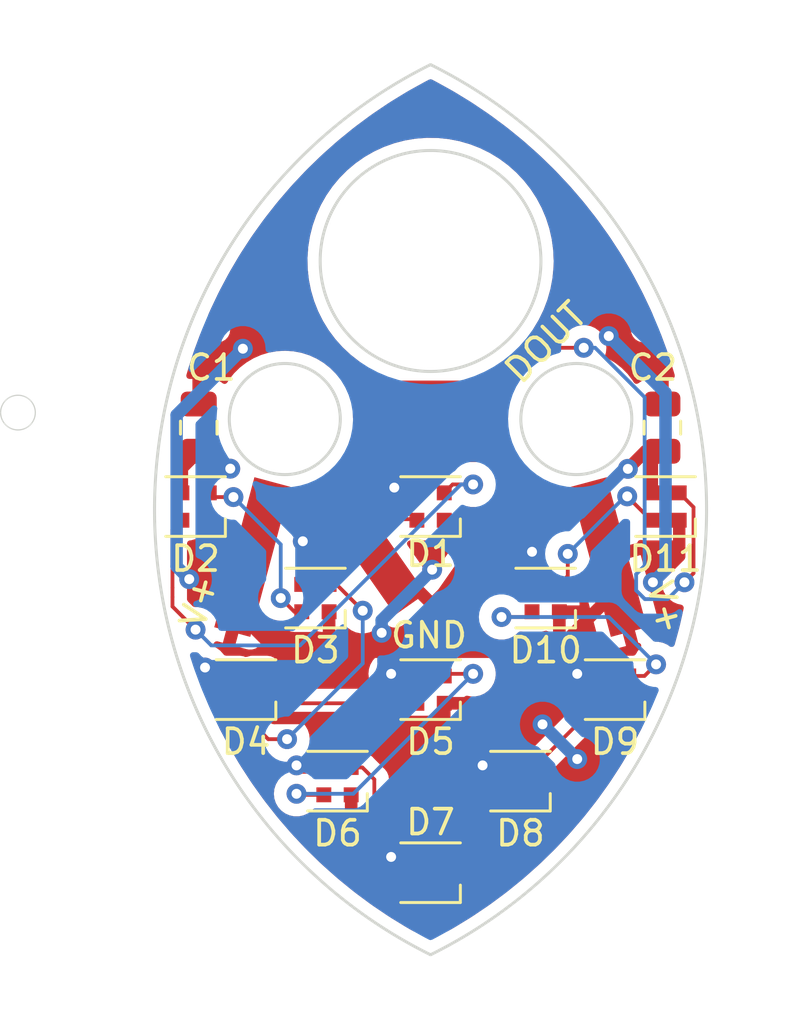
<source format=kicad_pcb>
(kicad_pcb (version 20210228) (generator pcbnew)
  (title_block (title "CCA Voice") (date "2021-05-01") (rev "v1r0") (company "MWS Fabrication"))
  (layers (0 "F.Cu" signal) (31 "B.Cu" signal) (34 "B.Paste" user) (35 "F.Paste" user) (36 "B.SilkS" user "B.Silkscreen") (37 "F.SilkS" user "F.Silkscreen") (38 "B.Mask" user) (39 "F.Mask" user) (44 "Edge.Cuts" user))
  (net 0 "")
  (net 1 "GND")
  (net 2 "/DIN")
  (net 3 "VCC")
  (net 4 "Net-(D1-Pad2)")
  (net 5 "Net-(D2-Pad2)")
  (net 6 "Net-(D3-Pad2)")
  (net 7 "Net-(D4-Pad2)")
  (net 8 "Net-(D5-Pad2)")
  (net 9 "D_WRAP")
  (net 10 "/DOUT")
  (net 11 "Net-(D7-Pad2)")
  (net 12 "Net-(D8-Pad2)")
  (net 13 "Net-(D10-Pad4)")
  (net 14 "Net-(D10-Pad2)")
  (footprint "SMT_24AWG_Pad:SMT_24AWG_Pad" (layer "F.Cu") (at 33.909 44.5516 -55)
    (fp_text reference "TP1")
    (fp_text value "GND")
    (pad "1" smd rect (at 0 0 305) (size 6.25 1.5) (layers "F.Cu" "F.Paste" "F.Mask") (net 1 "GND"))
  )
  (footprint "SK6805_2020:LED_SK6805_2.0x2.0mm" (layer "F.Cu") (at 32.766 54.229)
    (fp_text reference "D6" (at 0 2.1 180) (layer "F.SilkS"))
    (fp_text value "SK6805")
    (fp_line (start -1.2 1.2) (end 1.2 1.2) (layer "F.SilkS") (width 0.12))
    (fp_line (start 1.2 1.2) (end 1.2 0.5) (layer "F.SilkS") (width 0.12))
    (fp_line (start -1.2 -1.2) (end 1.2 -1.2) (layer "F.SilkS") (width 0.12))
    (pad "1" smd rect (at 0.55 0.55) (size 0.6 0.6) (layers "F.Cu" "F.Paste" "F.Mask") (net 3 "VCC"))
    (pad "2" smd rect (at 0.55 -0.55) (size 0.6 0.6) (layers "F.Cu" "F.Paste" "F.Mask") (net 9 "D_WRAP"))
    (pad "3" smd rect (at -0.55 -0.55) (size 0.6 0.6) (layers "F.Cu" "F.Paste" "F.Mask") (net 1 "GND"))
    (pad "4" smd rect (at -0.55 0.55) (size 0.6 0.6) (layers "F.Cu" "F.Paste" "F.Mask") (net 8 "Net-(D5-Pad2)"))
  )
  (footprint "SMT_24AWG_Pad:SMT_24AWG_Pad" (layer "F.Cu") (at 36.5125 38.862)
    (fp_text reference "TP6")
    (fp_text value "DOUT" (at 4.6355 -2.286 45 unlocked) (layer "F.SilkS"))
    (pad "1" smd rect (at 0 0) (size 6.25 1.5) (layers "F.Cu" "F.Paste" "F.Mask") (net 10 "/DOUT"))
  )
  (footprint "SMT_24AWG_Pad:SMT_24AWG_Pad" (layer "F.Cu") (at 29.337 45.212 75)
    (fp_text reference "TP4")
    (fp_text value "V+" (at -2.276206 -1.625254 75 unlocked) (layer "F.SilkS"))
    (pad "1" smd rect (at 0 0 75) (size 6.25 1.5) (layers "F.Cu" "F.Paste" "F.Mask") (net 3 "VCC"))
  )
  (footprint "Fiducial:Fiducial_0.5mm_Mask1mm" (layer "F.Cu") (at 27.94 36.068)
    (fp_text reference "FID2")
    (fp_text value "Fiducial")
    (pad "" smd circle (at 0 0) (size 0.5 0.5) (layers "F.Cu" "F.Mask") (clearance 0.25))
  )
  (footprint "SK6805_2020:LED_SK6805_2.0x2.0mm" (layer "F.Cu") (at 31.877 46.863)
    (fp_text reference "D3" (at 0 2.1 180) (layer "F.SilkS"))
    (fp_text value "SK6805")
    (fp_line (start -1.2 -1.2) (end 1.2 -1.2) (layer "F.SilkS") (width 0.12))
    (fp_line (start -1.2 1.2) (end 1.2 1.2) (layer "F.SilkS") (width 0.12))
    (fp_line (start 1.2 1.2) (end 1.2 0.5) (layer "F.SilkS") (width 0.12))
    (pad "1" smd rect (at 0.55 0.55) (size 0.6 0.6) (layers "F.Cu" "F.Paste" "F.Mask") (net 3 "VCC"))
    (pad "2" smd rect (at 0.55 -0.55) (size 0.6 0.6) (layers "F.Cu" "F.Paste" "F.Mask") (net 6 "Net-(D3-Pad2)"))
    (pad "3" smd rect (at -0.55 -0.55) (size 0.6 0.6) (layers "F.Cu" "F.Paste" "F.Mask") (net 1 "GND"))
    (pad "4" smd rect (at -0.55 0.55) (size 0.6 0.6) (layers "F.Cu" "F.Paste" "F.Mask") (net 5 "Net-(D2-Pad2)"))
  )
  (footprint "Capacitor_SMD:C_0805_2012Metric" (layer "F.Cu") (at 45.847 40.005 -90)
    (fp_text reference "C2" (at -2.413 0.381 180) (layer "F.SilkS"))
    (fp_text value "C_Small")
    (fp_line (start -0.261252 -0.735) (end 0.261252 -0.735) (layer "F.SilkS") (width 0.12))
    (fp_line (start -0.261252 0.735) (end 0.261252 0.735) (layer "F.SilkS") (width 0.12))
    (pad "1" smd roundrect (at -0.95 0 270) (size 1 1.45) (layers "F.Cu" "F.Paste" "F.Mask") (net 3 "VCC"))
    (pad "2" smd roundrect (at 0.95 0 270) (size 1 1.45) (layers "F.Cu" "F.Paste" "F.Mask") (net 1 "GND"))
  )
  (footprint "SK6805_2020:LED_SK6805_2.0x2.0mm" (layer "F.Cu") (at 40.132 54.229)
    (fp_text reference "D8" (at 0 2.1 180) (layer "F.SilkS"))
    (fp_text value "SK6805")
    (fp_line (start -1.2 1.2) (end 1.2 1.2) (layer "F.SilkS") (width 0.12))
    (fp_line (start -1.2 -1.2) (end 1.2 -1.2) (layer "F.SilkS") (width 0.12))
    (fp_line (start 1.2 1.2) (end 1.2 0.5) (layer "F.SilkS") (width 0.12))
    (pad "1" smd rect (at 0.55 0.55) (size 0.6 0.6) (layers "F.Cu" "F.Paste" "F.Mask") (net 3 "VCC"))
    (pad "2" smd rect (at 0.55 -0.55) (size 0.6 0.6) (layers "F.Cu" "F.Paste" "F.Mask") (net 12 "Net-(D8-Pad2)"))
    (pad "3" smd rect (at -0.55 -0.55) (size 0.6 0.6) (layers "F.Cu" "F.Paste" "F.Mask") (net 1 "GND"))
    (pad "4" smd rect (at -0.55 0.55) (size 0.6 0.6) (layers "F.Cu" "F.Paste" "F.Mask") (net 11 "Net-(D7-Pad2)"))
  )
  (footprint "SK6805_2020:LED_SK6805_2.0x2.0mm" (layer "F.Cu") (at 27.051 43.18)
    (fp_text reference "D2" (at 0 2.1 180) (layer "F.SilkS"))
    (fp_text value "SK6805")
    (fp_line (start 1.2 1.2) (end 1.2 0.5) (layer "F.SilkS") (width 0.12))
    (fp_line (start -1.2 -1.2) (end 1.2 -1.2) (layer "F.SilkS") (width 0.12))
    (fp_line (start -1.2 1.2) (end 1.2 1.2) (layer "F.SilkS") (width 0.12))
    (pad "1" smd rect (at 0.55 0.55) (size 0.6 0.6) (layers "F.Cu" "F.Paste" "F.Mask") (net 3 "VCC"))
    (pad "2" smd rect (at 0.55 -0.55) (size 0.6 0.6) (layers "F.Cu" "F.Paste" "F.Mask") (net 5 "Net-(D2-Pad2)"))
    (pad "3" smd rect (at -0.55 -0.55) (size 0.6 0.6) (layers "F.Cu" "F.Paste" "F.Mask") (net 1 "GND"))
    (pad "4" smd rect (at -0.55 0.55) (size 0.6 0.6) (layers "F.Cu" "F.Paste" "F.Mask") (net 4 "Net-(D1-Pad2)"))
  )
  (footprint "SK6805_2020:LED_SK6805_2.0x2.0mm" (layer "F.Cu") (at 36.5125 50.546)
    (fp_text reference "D5" (at 0 2.1 180) (layer "F.SilkS"))
    (fp_text value "SK6805")
    (fp_line (start -1.2 -1.2) (end 1.2 -1.2) (layer "F.SilkS") (width 0.12))
    (fp_line (start -1.2 1.2) (end 1.2 1.2) (layer "F.SilkS") (width 0.12))
    (fp_line (start 1.2 1.2) (end 1.2 0.5) (layer "F.SilkS") (width 0.12))
    (pad "1" smd rect (at 0.55 0.55) (size 0.6 0.6) (layers "F.Cu" "F.Paste" "F.Mask") (net 3 "VCC"))
    (pad "2" smd rect (at 0.55 -0.55) (size 0.6 0.6) (layers "F.Cu" "F.Paste" "F.Mask") (net 8 "Net-(D5-Pad2)"))
    (pad "3" smd rect (at -0.55 -0.55) (size 0.6 0.6) (layers "F.Cu" "F.Paste" "F.Mask") (net 1 "GND"))
    (pad "4" smd rect (at -0.55 0.55) (size 0.6 0.6) (layers "F.Cu" "F.Paste" "F.Mask") (net 7 "Net-(D4-Pad2)"))
  )
  (footprint "SMT_24AWG_Pad:SMT_24AWG_Pad" (layer "F.Cu") (at 36.5125 40.64)
    (fp_text reference "TP5")
    (fp_text value "DIN")
    (pad "1" smd rect (at 0 0) (size 6.25 1.5) (layers "F.Cu" "F.Paste" "F.Mask") (net 2 "/DIN"))
  )
  (footprint "SK6805_2020:LED_SK6805_2.0x2.0mm" (layer "F.Cu") (at 43.942 50.546)
    (fp_text reference "D9" (at 0 2.1 180) (layer "F.SilkS"))
    (fp_text value "SK6805")
    (fp_line (start -1.2 -1.2) (end 1.2 -1.2) (layer "F.SilkS") (width 0.12))
    (fp_line (start 1.2 1.2) (end 1.2 0.5) (layer "F.SilkS") (width 0.12))
    (fp_line (start -1.2 1.2) (end 1.2 1.2) (layer "F.SilkS") (width 0.12))
    (pad "1" smd rect (at 0.55 0.55) (size 0.6 0.6) (layers "F.Cu" "F.Paste" "F.Mask") (net 3 "VCC"))
    (pad "2" smd rect (at 0.55 -0.55) (size 0.6 0.6) (layers "F.Cu" "F.Paste" "F.Mask") (net 13 "Net-(D10-Pad4)"))
    (pad "3" smd rect (at -0.55 -0.55) (size 0.6 0.6) (layers "F.Cu" "F.Paste" "F.Mask") (net 1 "GND"))
    (pad "4" smd rect (at -0.55 0.55) (size 0.6 0.6) (layers "F.Cu" "F.Paste" "F.Mask") (net 12 "Net-(D8-Pad2)"))
  )
  (footprint "Capacitor_SMD:C_0805_2012Metric" (layer "F.Cu") (at 27.178 40.005 -90)
    (fp_text reference "C1" (at -2.413 -0.508 180) (layer "F.SilkS"))
    (fp_text value "C_Small")
    (fp_line (start -0.261252 0.735) (end 0.261252 0.735) (layer "F.SilkS") (width 0.12))
    (fp_line (start -0.261252 -0.735) (end 0.261252 -0.735) (layer "F.SilkS") (width 0.12))
    (pad "1" smd roundrect (at -0.95 0 270) (size 1 1.45) (layers "F.Cu" "F.Paste" "F.Mask") (net 3 "VCC"))
    (pad "2" smd roundrect (at 0.95 0 270) (size 1 1.45) (layers "F.Cu" "F.Paste" "F.Mask") (net 1 "GND"))
  )
  (footprint "SK6805_2020:LED_SK6805_2.0x2.0mm" (layer "F.Cu") (at 29.083 50.546)
    (fp_text reference "D4" (at 0 2.1 180) (layer "F.SilkS"))
    (fp_text value "SK6805")
    (fp_line (start -1.2 1.2) (end 1.2 1.2) (layer "F.SilkS") (width 0.12))
    (fp_line (start -1.2 -1.2) (end 1.2 -1.2) (layer "F.SilkS") (width 0.12))
    (fp_line (start 1.2 1.2) (end 1.2 0.5) (layer "F.SilkS") (width 0.12))
    (pad "1" smd rect (at 0.55 0.55) (size 0.6 0.6) (layers "F.Cu" "F.Paste" "F.Mask") (net 3 "VCC"))
    (pad "2" smd rect (at 0.55 -0.55) (size 0.6 0.6) (layers "F.Cu" "F.Paste" "F.Mask") (net 7 "Net-(D4-Pad2)"))
    (pad "3" smd rect (at -0.55 -0.55) (size 0.6 0.6) (layers "F.Cu" "F.Paste" "F.Mask") (net 1 "GND"))
    (pad "4" smd rect (at -0.55 0.55) (size 0.6 0.6) (layers "F.Cu" "F.Paste" "F.Mask") (net 6 "Net-(D3-Pad2)"))
  )
  (footprint "SK6805_2020:LED_SK6805_2.0x2.0mm" (layer "F.Cu") (at 41.148 46.863)
    (fp_text reference "D10" (at 0 2.1 180) (layer "F.SilkS"))
    (fp_text value "SK6805")
    (fp_line (start -1.2 1.2) (end 1.2 1.2) (layer "F.SilkS") (width 0.12))
    (fp_line (start 1.2 1.2) (end 1.2 0.5) (layer "F.SilkS") (width 0.12))
    (fp_line (start -1.2 -1.2) (end 1.2 -1.2) (layer "F.SilkS") (width 0.12))
    (pad "1" smd rect (at 0.55 0.55) (size 0.6 0.6) (layers "F.Cu" "F.Paste" "F.Mask") (net 3 "VCC"))
    (pad "2" smd rect (at 0.55 -0.55) (size 0.6 0.6) (layers "F.Cu" "F.Paste" "F.Mask") (net 14 "Net-(D10-Pad2)"))
    (pad "3" smd rect (at -0.55 -0.55) (size 0.6 0.6) (layers "F.Cu" "F.Paste" "F.Mask") (net 1 "GND"))
    (pad "4" smd rect (at -0.55 0.55) (size 0.6 0.6) (layers "F.Cu" "F.Paste" "F.Mask") (net 13 "Net-(D10-Pad4)"))
  )
  (footprint "Fiducial:Fiducial_0.5mm_Mask1mm" (layer "F.Cu") (at 36.5125 60.198)
    (fp_text reference "FID1")
    (fp_text value "Fiducial")
    (pad "" smd circle (at 0 0) (size 0.5 0.5) (layers "F.Cu" "F.Mask") (clearance 0.25))
  )
  (footprint "SK6805_2020:LED_SK6805_2.0x2.0mm" (layer "F.Cu") (at 36.5125 43.18)
    (fp_text reference "D1" (at 0 1.905 180) (layer "F.SilkS"))
    (fp_text value "SK6805")
    (fp_line (start -1.2 1.2) (end 1.2 1.2) (layer "F.SilkS") (width 0.12))
    (fp_line (start 1.2 1.2) (end 1.2 0.5) (layer "F.SilkS") (width 0.12))
    (fp_line (start -1.2 -1.2) (end 1.2 -1.2) (layer "F.SilkS") (width 0.12))
    (pad "1" smd rect (at 0.55 0.55) (size 0.6 0.6) (layers "F.Cu" "F.Paste" "F.Mask") (net 3 "VCC"))
    (pad "2" smd rect (at 0.55 -0.55) (size 0.6 0.6) (layers "F.Cu" "F.Paste" "F.Mask") (net 4 "Net-(D1-Pad2)"))
    (pad "3" smd rect (at -0.55 -0.55) (size 0.6 0.6) (layers "F.Cu" "F.Paste" "F.Mask") (net 1 "GND"))
    (pad "4" smd rect (at -0.55 0.55) (size 0.6 0.6) (layers "F.Cu" "F.Paste" "F.Mask") (net 2 "/DIN"))
  )
  (footprint "SMT_24AWG_Pad:SMT_24AWG_Pad" (layer "F.Cu") (at 43.688 45.212 -75)
    (fp_text reference "TP3")
    (fp_text value "V+" (at 2.554422 -1.682186 -75 unlocked) (layer "F.SilkS"))
    (pad "1" smd rect (at 0 0 285) (size 6.25 1.5) (layers "F.Cu" "F.Paste" "F.Mask") (net 3 "VCC"))
  )
  (footprint "Fiducial:Fiducial_0.5mm_Mask1mm" (layer "F.Cu") (at 45.085 36.068)
    (fp_text reference "FID3")
    (fp_text value "Fiducial")
    (pad "" smd circle (at 0 0) (size 0.5 0.5) (layers "F.Cu" "F.Mask") (clearance 0.25))
  )
  (footprint "SK6805_2020:LED_SK6805_2.0x2.0mm" (layer "F.Cu") (at 36.5125 57.912)
    (fp_text reference "D7" (at 0 -2.032 180) (layer "F.SilkS"))
    (fp_text value "SK6805")
    (fp_line (start -1.2 1.2) (end 1.2 1.2) (layer "F.SilkS") (width 0.12))
    (fp_line (start -1.2 -1.2) (end 1.2 -1.2) (layer "F.SilkS") (width 0.12))
    (fp_line (start 1.2 1.2) (end 1.2 0.5) (layer "F.SilkS") (width 0.12))
    (pad "1" smd rect (at 0.55 0.55) (size 0.6 0.6) (layers "F.Cu" "F.Paste" "F.Mask") (net 3 "VCC"))
    (pad "2" smd rect (at 0.55 -0.55) (size 0.6 0.6) (layers "F.Cu" "F.Paste" "F.Mask") (net 11 "Net-(D7-Pad2)"))
    (pad "3" smd rect (at -0.55 -0.55) (size 0.6 0.6) (layers "F.Cu" "F.Paste" "F.Mask") (net 1 "GND"))
    (pad "4" smd rect (at -0.55 0.55) (size 0.6 0.6) (layers "F.Cu" "F.Paste" "F.Mask") (net 9 "D_WRAP"))
  )
  (footprint "SK6805_2020:LED_SK6805_2.0x2.0mm" (layer "F.Cu") (at 45.974 43.18)
    (fp_text reference "D11" (at 0 2.1 180) (layer "F.SilkS"))
    (fp_text value "SK6805")
    (fp_line (start -1.2 -1.2) (end 1.2 -1.2) (layer "F.SilkS") (width 0.12))
    (fp_line (start -1.2 1.2) (end 1.2 1.2) (layer "F.SilkS") (width 0.12))
    (fp_line (start 1.2 1.2) (end 1.2 0.5) (layer "F.SilkS") (width 0.12))
    (pad "1" smd rect (at 0.55 0.55) (size 0.6 0.6) (layers "F.Cu" "F.Paste" "F.Mask") (net 3 "VCC"))
    (pad "2" smd rect (at 0.55 -0.55) (size 0.6 0.6) (layers "F.Cu" "F.Paste" "F.Mask") (net 10 "/DOUT"))
    (pad "3" smd rect (at -0.55 -0.55) (size 0.6 0.6) (layers "F.Cu" "F.Paste" "F.Mask") (net 1 "GND"))
    (pad "4" smd rect (at -0.55 0.55) (size 0.6 0.6) (layers "F.Cu" "F.Paste" "F.Mask") (net 14 "Net-(D10-Pad2)"))
  )
  (footprint "SMT_24AWG_Pad:SMT_24AWG_Pad" (layer "F.Cu") (at 39.116 44.5516 55)
    (fp_text reference "TP2")
    (fp_text value "GND" (at -4.650698 0.000648 unlocked) (layer "F.SilkS"))
    (pad "1" smd rect (at 0 0 55) (size 6.25 1.5) (layers "F.Cu" "F.Paste" "F.Mask") (net 1 "GND"))
  )
  (gr_arc (start 45.382143 43.307) (end 36.5125 25.4) (angle -127.3) (layer "Edge.Cuts") (width 0.12))
  (gr_circle (center 19.9 39.4) (end 20.5985 39.4) (layer "Edge.Cuts") (width 0.05) (fill none))
  (gr_circle (center 42.382008 39.659992) (end 44.617208 39.659992) (layer "Edge.Cuts") (width 0.12) (fill none))
  (gr_circle (center 30.642992 39.659992) (end 32.878192 39.659992) (layer "Edge.Cuts") (width 0.12) (fill none))
  (gr_circle (center 36.5125 33.3) (end 40.9575 33.3) (layer "Edge.Cuts") (width 0.12) (fill none))
  (gr_arc (start 27.642857 43.307) (end 36.5125 25.4) (angle 127.3) (layer "Edge.Cuts") (width 0.12))
  (segment (start 40.598 45) (end 40.1496 44.5516) (width 0.5) (layer "F.Cu") (net 1))
  (segment (start 43.392 49.996) (end 42.503 49.996) (width 0.5) (layer "F.Cu") (net 1))
  (segment (start 27.771 49.996) (end 27.432 49.657) (width 0.5) (layer "F.Cu") (net 1))
  (segment (start 27.178 40.955) (end 27.747 40.955) (width 0.5) (layer "F.Cu") (net 1))
  (segment (start 27.747 40.955) (end 28.448 41.656) (width 0.5) (layer "F.Cu") (net 1))
  (segment (start 31.2 53.679) (end 31.115 53.594) (width 0.5) (layer "F.Cu") (net 1))
  (segment (start 40.1496 44.5516) (end 39.116 44.5516) (width 0.5) (layer "F.Cu") (net 1))
  (segment (start 45.847 40.955) (end 45.165511 40.955) (width 0.5) (layer "F.Cu") (net 1))
  (segment (start 45.424 42.63) (end 45.424 41.378) (width 0.5) (layer "F.Cu") (net 1))
  (segment (start 42.503 49.996) (end 42.418 49.911) (width 0.5) (layer "F.Cu") (net 1))
  (segment (start 39.582 53.679) (end 38.693 53.679) (width 0.5) (layer "F.Cu") (net 1))
  (segment (start 35.9625 42.63) (end 35.264 42.63) (width 0.5) (layer "F.Cu") (net 1))
  (segment (start 39.116 44.577) (end 39.116 44.5516) (width 0.5) (layer "F.Cu") (net 1))
  (segment (start 35.264 42.63) (end 35.052 42.418) (width 0.5) (layer "F.Cu") (net 1))
  (segment (start 38.693 53.679) (end 38.608 53.594) (width 0.5) (layer "F.Cu") (net 1))
  (segment (start 33.909 44.5516) (end 31.3944 44.5516) (width 0.5) (layer "F.Cu") (net 1))
  (segment (start 35.9625 49.996) (end 35.01 49.996) (width 0.5) (layer "F.Cu") (net 1))
  (segment (start 36.576 47.117) (end 39.116 44.577) (width 0.5) (layer "F.Cu") (net 1))
  (segment (start 31.369 44.577) (end 31.327 44.619) (width 0.5) (layer "F.Cu") (net 1))
  (segment (start 31.3944 44.5516) (end 31.369 44.577) (width 0.5) (layer "F.Cu") (net 1))
  (segment (start 35.01 49.996) (end 34.925 49.911) (width 0.5) (layer "F.Cu") (net 1))
  (segment (start 34.0106 44.5516) (end 36.576 47.117) (width 0.5) (layer "F.Cu") (net 1))
  (segment (start 26.501 42.63) (end 26.501 41.632) (width 0.5) (layer "F.Cu") (net 1))
  (segment (start 32.216 53.679) (end 31.2 53.679) (width 0.5) (layer "F.Cu") (net 1))
  (segment (start 31.327 44.619) (end 31.327 46.313) (width 0.5) (layer "F.Cu") (net 1))
  (segment (start 28.533 49.996) (end 27.771 49.996) (width 0.5) (layer "F.Cu") (net 1))
  (segment (start 40.598 46.313) (end 40.598 45) (width 0.5) (layer "F.Cu") (net 1))
  (segment (start 45.165511 40.955) (end 44.456673 41.663838) (width 0.5) (layer "F.Cu") (net 1))
  (segment (start 35.9625 57.362) (end 35.01 57.362) (width 0.5) (layer "F.Cu") (net 1))
  (segment (start 35.01 57.362) (end 34.925 57.277) (width 0.5) (layer "F.Cu") (net 1))
  (segment (start 33.909 44.5516) (end 34.0106 44.5516) (width 0.5) (layer "F.Cu") (net 1))
  (segment (start 26.501 41.632) (end 27.178 40.955) (width 0.5) (layer "F.Cu") (net 1))
  (segment (start 45.424 41.378) (end 45.847 40.955) (width 0.5) (layer "F.Cu") (net 1))
  (via (at 27.432 49.657) (size 0.8) (drill 0.4) (layers "F.Cu" "B.Cu") (net 1))
  (via (at 31.369 44.577) (size 0.8) (drill 0.4) (layers "F.Cu" "B.Cu") (net 1))
  (via (at 28.448 41.656) (size 0.8) (drill 0.4) (layers "F.Cu" "B.Cu") (net 1))
  (via (at 31.115 53.594) (size 0.8) (drill 0.4) (layers "F.Cu" "B.Cu") (net 1))
  (via (at 34.925 49.911) (size 0.8) (drill 0.4) (layers "F.Cu" "B.Cu") (net 1))
  (via (at 35.052 42.418) (size 0.8) (drill 0.4) (layers "F.Cu" "B.Cu") (net 1))
  (via (at 44.456673 41.663838) (size 0.8) (drill 0.4) (layers "F.Cu" "B.Cu") (net 1))
  (via (at 34.925 57.277) (size 0.8) (drill 0.4) (layers "F.Cu" "B.Cu") (net 1))
  (via (at 38.608 53.594) (size 0.8) (drill 0.4) (layers "F.Cu" "B.Cu") (net 1))
  (via (at 42.418 49.911) (size 0.8) (drill 0.4) (layers "F.Cu" "B.Cu") (net 1))
  (via (at 40.598 45) (size 0.8) (drill 0.4) (layers "F.Cu" "B.Cu") (net 1))
  (segment (start 41.021 43.434) (end 40.598 43.857) (width 0.5) (layer "B.Cu") (net 1))
  (segment (start 44.456673 41.663838) (end 44.315162 41.663838) (width 0.5) (layer "B.Cu") (net 1))
  (segment (start 42.545 43.434) (end 41.021 43.434) (width 0.5) (layer "B.Cu") (net 1))
  (segment (start 40.598 43.857) (end 40.598 45) (width 0.5) (layer "B.Cu") (net 1))
  (segment (start 44.315162 41.663838) (end 42.545 43.434) (width 0.5) (layer "B.Cu") (net 1))
  (segment (start 35.687 40.64) (end 34.29 42.037) (width 0.1524) (layer "F.Cu") (net 2))
  (segment (start 34.29 42.656793) (end 35.321207 43.688) (width 0.1524) (layer "F.Cu") (net 2))
  (segment (start 35.321207 43.688) (end 35.9205 43.688) (width 0.1524) (layer "F.Cu") (net 2))
  (segment (start 35.9205 43.688) (end 35.9625 43.73) (width 0.1524) (layer "F.Cu") (net 2))
  (segment (start 34.29 42.037) (end 34.29 42.656793) (width 0.1524) (layer "F.Cu") (net 2))
  (segment (start 36.5125 40.64) (end 35.687 40.64) (width 0.1524) (layer "F.Cu") (net 2))
  (segment (start 29.633 51.096) (end 30.226 51.689) (width 0.5) (layer "F.Cu") (net 3))
  (segment (start 30.353 49.022) (end 29.337 48.006) (width 0.5) (layer "F.Cu") (net 3))
  (segment (start 37.0625 51.40602) (end 37.0625 51.096) (width 0.5) (layer "F.Cu") (net 3))
  (segment (start 46.524 43.73) (end 46.524 45.17) (width 0.5) (layer "F.Cu") (net 3))
  (segment (start 35.212489 51.689) (end 35.212489 51.756009) (width 0.5) (layer "F.Cu") (net 3))
  (segment (start 43.688 45.212) (end 43.688 46.863) (width 0.5) (layer "F.Cu") (net 3))
  (segment (start 41.529 49.022) (end 30.353 49.022) (width 0.5) (layer "F.Cu") (net 3))
  (segment (start 35.302491 51.846011) (end 36.622509 51.846011) (width 0.5) (layer "F.Cu") (net 3))
  (segment (start 35.212489 51.756009) (end 35.302491 51.846011) (width 0.5) (layer "F.Cu") (net 3))
  (segment (start 43.688 46.863) (end 41.529 49.022) (width 0.5) (layer "F.Cu") (net 3))
  (segment (start 36.622509 51.846011) (end 37.0625 51.40602) (width 0.5) (layer "F.Cu") (net 3))
  (segment (start 30.226 51.689) (end 35.212489 51.689) (width 0.5) (layer "F.Cu") (net 3))
  (segment (start 46.524 45.17) (end 45.466 46.228) (width 0.5) (layer "F.Cu") (net 3))
  (segment (start 29.337 48.006) (end 29.337 45.212) (width 0.5) (layer "F.Cu") (net 3))
  (via (at 43.688 36.322) (size 0.8) (drill 0.4) (layers "F.Cu" "B.Cu") (net 3))
  (via (at 34.544 48.26) (size 0.8) (drill 0.4) (layers "F.Cu" "B.Cu") (net 3))
  (via (at 36.576 45.72) (size 0.8) (drill 0.4) (layers "F.Cu" "B.Cu") (net 3))
  (via (at 41.021 51.943) (size 0.8) (drill 0.4) (layers "F.Cu" "B.Cu") (net 3))
  (via (at 28.956 36.83) (size 0.8) (drill 0.4) (layers "F.Cu" "B.Cu") (net 3))
  (via (at 42.418 53.34) (size 0.8) (drill 0.4) (layers "F.Cu" "B.Cu") (net 3))
  (via (at 26.797 46.101) (size 0.8) (drill 0.4) (layers "F.Cu" "B.Cu") (net 3))
  (via (at 45.466 46.228) (size 0.8) (drill 0.4) (layers "F.Cu" "B.Cu") (net 3))
  (segment (start 34.544 47.752) (end 36.576 45.72) (width 0.5) (layer "B.Cu") (net 3))
  (segment (start 45.974 45.72) (end 45.974 38.608) (width 0.5) (layer "B.Cu") (net 3))
  (segment (start 28.956 36.83) (end 26.289 39.497) (width 0.5) (layer "B.Cu") (net 3))
  (segment (start 42.418 53.34) (end 41.021 51.943) (width 0.5) (layer "B.Cu") (net 3))
  (segment (start 45.466 46.228) (end 45.974 45.72) (width 0.5) (layer "B.Cu") (net 3))
  (segment (start 26.289 45.593) (end 26.797 46.101) (width 0.5) (layer "B.Cu") (net 3))
  (segment (start 34.544 48.26) (end 34.544 47.752) (width 0.5) (layer "B.Cu") (net 3))
  (segment (start 26.289 39.497) (end 26.289 45.593) (width 0.5) (layer "B.Cu") (net 3))
  (segment (start 45.974 38.608) (end 43.688 36.322) (width 0.5) (layer "B.Cu") (net 3))
  (segment (start 26.120789 46.821789) (end 26.120789 47.202789) (width 0.1524) (layer "F.Cu") (net 4))
  (segment (start 37.4015 42.291) (end 37.0625 42.63) (width 0.1524) (layer "F.Cu") (net 4))
  (segment (start 38.227 42.291) (end 37.4015 42.291) (width 0.1524) (layer "F.Cu") (net 4))
  (segment (start 26.501 43.73) (end 26.120789 44.110211) (width 0.1524) (layer "F.Cu") (net 4))
  (segment (start 26.120789 46.440789) (end 26.120789 46.821789) (width 0.1524) (layer "F.Cu") (net 4))
  (segment (start 26.120789 44.110211) (end 26.120789 46.440789) (width 0.1524) (layer "F.Cu") (net 4))
  (segment (start 26.120789 47.202789) (end 27.051 48.133) (width 0.1524) (layer "F.Cu") (net 4))
  (via (at 27.051 48.133) (size 0.8) (drill 0.4) (layers "F.Cu" "B.Cu") (net 4))
  (via (at 38.227 42.291) (size 0.8) (drill 0.4) (layers "F.Cu" "B.Cu") (net 4))
  (segment (start 27.686 48.768) (end 31.257207 48.768) (width 0.1524) (layer "B.Cu") (net 4))
  (segment (start 37.734207 42.291) (end 38.227 42.291) (width 0.1524) (layer "B.Cu") (net 4))
  (segment (start 31.257207 48.768) (end 37.734207 42.291) (width 0.1524) (layer "B.Cu") (net 4))
  (segment (start 27.051 48.133) (end 27.686 48.768) (width 0.1524) (layer "B.Cu") (net 4))
  (segment (start 31.03 47.413) (end 30.48 46.863) (width 0.1524) (layer "F.Cu") (net 5))
  (segment (start 31.327 47.413) (end 31.03 47.413) (width 0.1524) (layer "F.Cu") (net 5))
  (segment (start 27.77 42.799) (end 27.601 42.63) (width 0.1524) (layer "F.Cu") (net 5))
  (segment (start 28.575 42.799) (end 27.77 42.799) (width 0.1524) (layer "F.Cu") (net 5))
  (via (at 28.575 42.799) (size 0.8) (drill 0.4) (layers "F.Cu" "B.Cu") (net 5))
  (via (at 30.48 46.863) (size 0.8) (drill 0.4) (layers "F.Cu" "B.Cu") (net 5))
  (segment (start 30.48 44.704) (end 28.575 42.799) (width 0.1524) (layer "B.Cu") (net 5))
  (segment (start 30.48 46.863) (end 30.48 44.704) (width 0.1524) (layer "B.Cu") (net 5))
  (segment (start 29.976 52.539) (end 30.734 52.539) (width 0.1524) (layer "F.Cu") (net 6))
  (segment (start 33.782 47.371) (end 32.724 46.313) (width 0.1524) (layer "F.Cu") (net 6))
  (segment (start 28.533 51.096) (end 29.976 52.539) (width 0.1524) (layer "F.Cu") (net 6))
  (segment (start 32.724 46.313) (end 32.427 46.313) (width 0.1524) (layer "F.Cu") (net 6))
  (via (at 33.782 47.371) (size 0.8) (drill 0.4) (layers "F.Cu" "B.Cu") (net 6))
  (via (at 30.734 52.539) (size 0.8) (drill 0.4) (layers "F.Cu" "B.Cu") (net 6))
  (segment (start 30.734 52.539) (end 33.782 49.491) (width 0.1524) (layer "B.Cu") (net 6))
  (segment (start 33.782 49.491) (end 33.782 47.371) (width 0.1524) (layer "B.Cu") (net 6))
  (segment (start 35.9625 51.096) (end 30.733 51.096) (width 0.1524) (layer "F.Cu") (net 7))
  (segment (start 30.733 51.096) (end 29.633 49.996) (width 0.1524) (layer "F.Cu") (net 7))
  (segment (start 32.216 54.779) (end 31.157 54.779) (width 0.1524) (layer "F.Cu") (net 8))
  (segment (start 31.157 54.779) (end 31.115 54.737) (width 0.1524) (layer "F.Cu") (net 8))
  (segment (start 38.227 49.911) (end 37.1475 49.911) (width 0.1524) (layer "F.Cu") (net 8))
  (segment (start 37.1475 49.911) (end 37.0625 49.996) (width 0.1524) (layer "F.Cu") (net 8))
  (via (at 31.115 54.737) (size 0.8) (drill 0.4) (layers "F.Cu" "B.Cu") (net 8))
  (via (at 38.227 49.911) (size 0.8) (drill 0.4) (layers "F.Cu" "B.Cu") (net 8))
  (segment (start 33.401 54.737) (end 38.227 49.911) (width 0.1524) (layer "B.Cu") (net 8))
  (segment (start 31.115 54.737) (end 33.401 54.737) (width 0.1524) (layer "B.Cu") (net 8))
  (segment (start 35.8775 58.547) (end 35.9625 58.462) (width 0.1524) (layer "F.Cu") (net 9))
  (segment (start 33.7684 53.679) (end 34.248789 54.159389) (width 0.1524) (layer "F.Cu") (net 9))
  (segment (start 35.194207 58.547) (end 35.8775 58.547) (width 0.1524) (layer "F.Cu") (net 9))
  (segment (start 33.316 53.679) (end 33.7684 53.679) (width 0.1524) (layer "F.Cu") (net 9))
  (segment (start 34.248789 54.159389) (end 34.248789 57.601582) (width 0.1524) (layer "F.Cu") (net 9))
  (segment (start 34.248789 57.601582) (end 35.194207 58.547) (width 0.1524) (layer "F.Cu") (net 9))
  (segment (start 47.100211 45.863789) (end 46.736 46.228) (width 0.1524) (layer "F.Cu") (net 10))
  (segment (start 47.100211 43.206211) (end 47.100211 45.863789) (width 0.1524) (layer "F.Cu") (net 10))
  (segment (start 36.5125 38.862) (end 38.608 38.862) (width 0.1524) (layer "F.Cu") (net 10))
  (segment (start 46.524 42.63) (end 47.100211 43.206211) (width 0.1524) (layer "F.Cu") (net 10))
  (segment (start 38.862 38.862) (end 40.931249 36.792751) (width 0.1524) (layer "F.Cu") (net 10))
  (segment (start 40.931249 36.792751) (end 42.680339 36.792751) (width 0.1524) (layer "F.Cu") (net 10))
  (segment (start 36.5125 38.862) (end 38.862 38.862) (width 0.1524) (layer "F.Cu") (net 10))
  (via (at 46.736 46.228) (size 0.8) (drill 0.4) (layers "F.Cu" "B.Cu") (net 10))
  (via (at 42.680339 36.792751) (size 0.8) (drill 0.4) (layers "F.Cu" "B.Cu") (net 10))
  (segment (start 43.142751 36.792751) (end 42.680339 36.792751) (width 0.1524) (layer "B.Cu") (net 10))
  (segment (start 44.789789 45.903418) (end 45.132884 45.560323) (width 0.1524) (layer "B.Cu") (net 10))
  (segment (start 46.736 46.228) (end 46.059789 46.904211) (width 0.1524) (layer "B.Cu") (net 10))
  (segment (start 45.141418 46.904211) (end 44.789789 46.552582) (width 0.1524) (layer "B.Cu") (net 10))
  (segment (start 45.132884 45.560323) (end 45.132884 38.782884) (width 0.1524) (layer "B.Cu") (net 10))
  (segment (start 44.789789 46.552582) (end 44.789789 45.903418) (width 0.1524) (layer "B.Cu") (net 10))
  (segment (start 46.059789 46.904211) (end 45.141418 46.904211) (width 0.1524) (layer "B.Cu") (net 10))
  (segment (start 45.132884 38.782884) (end 43.142751 36.792751) (width 0.1524) (layer "B.Cu") (net 10))
  (segment (start 37.0625 57.2985) (end 39.582 54.779) (width 0.1524) (layer "F.Cu") (net 11))
  (segment (start 37.0625 57.362) (end 37.0625 57.2985) (width 0.1524) (layer "F.Cu") (net 11))
  (segment (start 40.682 53.679) (end 43.265 51.096) (width 0.1524) (layer "F.Cu") (net 12))
  (segment (start 43.265 51.096) (end 43.392 51.096) (width 0.1524) (layer "F.Cu") (net 12))
  (segment (start 45.127 49.996) (end 45.593 49.53) (width 0.1524) (layer "F.Cu") (net 13))
  (segment (start 40.386 47.625) (end 40.598 47.413) (width 0.1524) (layer "F.Cu") (net 13))
  (segment (start 44.492 49.996) (end 45.127 49.996) (width 0.1524) (layer "F.Cu") (net 13))
  (segment (start 39.37 47.625) (end 40.386 47.625) (width 0.1524) (layer "F.Cu") (net 13))
  (via (at 39.37 47.625) (size 0.8) (drill 0.4) (layers "F.Cu" "B.Cu") (net 13))
  (via (at 45.593 49.53) (size 0.8) (drill 0.4) (layers "F.Cu" "B.Cu") (net 13))
  (segment (start 45.593 49.53) (end 43.688 47.625) (width 0.1524) (layer "B.Cu") (net 13))
  (segment (start 43.688 47.625) (end 39.37 47.625) (width 0.1524) (layer "B.Cu") (net 13))
  (segment (start 45.424 43.73) (end 45.391302 43.73) (width 0.1524) (layer "F.Cu") (net 14))
  (segment (start 42.037 45.974) (end 41.698 46.313) (width 0.1524) (layer "F.Cu") (net 14))
  (segment (start 45.391302 43.73) (end 44.431287 42.769985) (width 0.1524) (layer "F.Cu") (net 14))
  (segment (start 42.037 45.085) (end 42.037 45.974) (width 0.1524) (layer "F.Cu") (net 14))
  (via (at 44.431287 42.769985) (size 0.8) (drill 0.4) (layers "F.Cu" "B.Cu") (net 14))
  (via (at 42.037 45.085) (size 0.8) (drill 0.4) (layers "F.Cu" "B.Cu") (net 14))
  (segment (start 44.352015 42.769985) (end 42.037 45.085) (width 0.1524) (layer "B.Cu") (net 14))
  (segment (start 44.431287 42.769985) (end 44.352015 42.769985) (width 0.1524) (layer "B.Cu") (net 14))
  (zone (net 3) (net_name "VCC") (layer "F.Cu") (connect_pads (clearance 0.508)) (min_thickness 0.254) (fill yes (thermal_gap 0.508) (thermal_bridge_width 0.508))
    (polygon (pts (xy 51.308 64.008) (xy 23.368 64.008) (xy 23.368 23.368) (xy 51.308 23.368)))
  )
  (zone (net 1) (net_name "GND") (layer "B.Cu") (connect_pads (clearance 0.508)) (min_thickness 0.254) (fill yes (thermal_gap 0.508) (thermal_bridge_width 0.508))
    (polygon (pts (xy 50.8 63.5) (xy 22.86 63.5) (xy 22.86 22.86) (xy 50.8 22.86)))
  )
)
</source>
